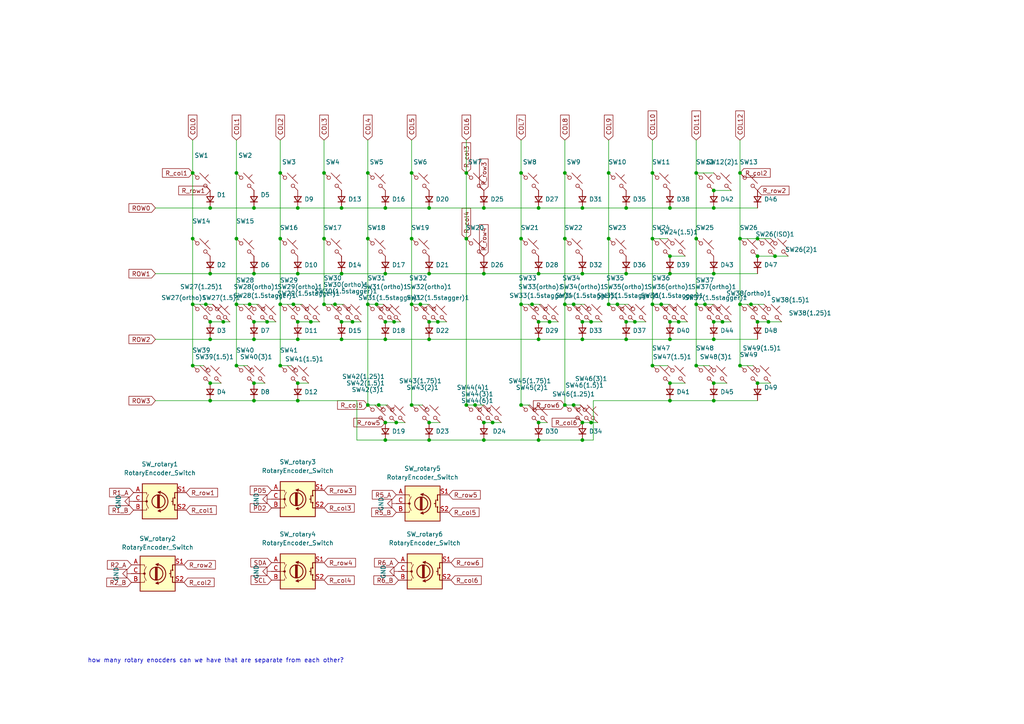
<source format=kicad_sch>
(kicad_sch (version 20211123) (generator eeschema)
  (paper "A4")
  (junction (at 59.69 88.265))
  (junction (at 111.76 60.325))
  (junction (at 156.21 60.325))
  (junction (at 214.63 106.045))
  (junction (at 219.71 74.295))
  (junction (at 168.91 127.635))
  (junction (at 201.93 50.165))
  (junction (at 121.92 88.265))
  (junction (at 194.31 98.425))
  (junction (at 214.63 88.265))
  (junction (at 86.36 60.325))
  (junction (at 119.38 50.165))
  (junction (at 219.71 93.345))
  (junction (at 111.76 98.425))
  (junction (at 106.68 88.265))
  (junction (at 194.31 116.205))
  (junction (at 181.61 60.325))
  (junction (at 207.01 116.205))
  (junction (at 68.58 88.265))
  (junction (at 99.06 93.345))
  (junction (at 214.63 50.165))
  (junction (at 166.37 117.475))
  (junction (at 207.01 60.325))
  (junction (at 73.66 93.345))
  (junction (at 189.23 106.045))
  (junction (at 194.31 93.345))
  (junction (at 181.61 93.345))
  (junction (at 81.28 50.165))
  (junction (at 163.83 117.475))
  (junction (at 156.21 98.425))
  (junction (at 86.36 111.125))
  (junction (at 176.53 69.215))
  (junction (at 154.305 88.265))
  (junction (at 60.96 98.425))
  (junction (at 124.46 122.555))
  (junction (at 124.46 93.345))
  (junction (at 156.21 127.635))
  (junction (at 73.66 116.205))
  (junction (at 119.38 117.475))
  (junction (at 194.31 111.125))
  (junction (at 156.21 122.555))
  (junction (at 135.255 50.165))
  (junction (at 181.61 79.375))
  (junction (at 64.77 93.345))
  (junction (at 99.06 60.325))
  (junction (at 184.15 93.345))
  (junction (at 151.13 50.165))
  (junction (at 168.91 60.325))
  (junction (at 93.98 69.215))
  (junction (at 73.66 79.375))
  (junction (at 171.45 122.555))
  (junction (at 217.805 88.265))
  (junction (at 55.88 50.165))
  (junction (at 181.61 98.425))
  (junction (at 81.28 69.215))
  (junction (at 68.58 69.215))
  (junction (at 163.83 69.215))
  (junction (at 207.01 93.345))
  (junction (at 171.45 93.345))
  (junction (at 207.01 111.125))
  (junction (at 114.3 93.345))
  (junction (at 135.255 69.215))
  (junction (at 93.98 50.165))
  (junction (at 214.63 69.215))
  (junction (at 55.88 69.215))
  (junction (at 222.885 93.345))
  (junction (at 151.13 69.215))
  (junction (at 140.335 122.555))
  (junction (at 68.58 106.045))
  (junction (at 176.53 88.265))
  (junction (at 73.66 111.125))
  (junction (at 168.91 93.345))
  (junction (at 124.46 127.635))
  (junction (at 166.37 88.265))
  (junction (at 196.85 93.345))
  (junction (at 207.01 55.245))
  (junction (at 159.385 93.345))
  (junction (at 97.155 88.265))
  (junction (at 124.46 60.325))
  (junction (at 81.28 106.045))
  (junction (at 60.96 111.125))
  (junction (at 111.76 93.345))
  (junction (at 73.66 98.425))
  (junction (at 168.91 79.375))
  (junction (at 86.36 79.375))
  (junction (at 140.335 127.635))
  (junction (at 151.13 88.265))
  (junction (at 189.23 50.165))
  (junction (at 124.46 79.375))
  (junction (at 99.06 98.425))
  (junction (at 90.17 93.345))
  (junction (at 194.31 79.375))
  (junction (at 114.935 122.555))
  (junction (at 109.855 117.475))
  (junction (at 142.875 122.555))
  (junction (at 102.235 93.345))
  (junction (at 86.36 116.205))
  (junction (at 73.66 60.325))
  (junction (at 72.39 88.265))
  (junction (at 140.335 79.375))
  (junction (at 99.06 79.375))
  (junction (at 194.31 74.295))
  (junction (at 111.76 127.635))
  (junction (at 55.88 106.045))
  (junction (at 156.21 79.375))
  (junction (at 219.71 111.125))
  (junction (at 111.76 122.555))
  (junction (at 201.93 88.265))
  (junction (at 106.68 117.475))
  (junction (at 163.83 88.265))
  (junction (at 207.01 98.425))
  (junction (at 201.93 106.045))
  (junction (at 119.38 69.215))
  (junction (at 219.71 69.215))
  (junction (at 189.23 88.265))
  (junction (at 86.36 93.345))
  (junction (at 119.38 88.265))
  (junction (at 179.07 88.265))
  (junction (at 106.68 50.165))
  (junction (at 194.31 60.325))
  (junction (at 60.96 93.345))
  (junction (at 124.46 98.425))
  (junction (at 209.55 93.345))
  (junction (at 55.88 88.265))
  (junction (at 140.335 60.325))
  (junction (at 68.58 50.165))
  (junction (at 189.23 69.215))
  (junction (at 60.96 79.375))
  (junction (at 137.795 117.475))
  (junction (at 204.47 88.265))
  (junction (at 168.91 122.555))
  (junction (at 224.79 74.295))
  (junction (at 93.98 88.265))
  (junction (at 163.83 50.165))
  (junction (at 168.91 98.425))
  (junction (at 106.68 69.215))
  (junction (at 191.77 88.265))
  (junction (at 60.96 116.205))
  (junction (at 77.47 93.345))
  (junction (at 85.09 88.265))
  (junction (at 201.93 69.215))
  (junction (at 81.28 88.265))
  (junction (at 151.13 117.475))
  (junction (at 135.255 117.475))
  (junction (at 111.76 79.375))
  (junction (at 176.53 50.165))
  (junction (at 156.21 93.345))
  (junction (at 127 93.345))
  (junction (at 60.96 60.325))
  (junction (at 207.01 79.375))
  (junction (at 109.22 88.265))
  (junction (at 86.36 98.425))
  (wire (pts (xy 181.61 60.325) (xy 194.31 60.325)))
  (wire (pts (xy 214.63 69.215) (xy 214.63 50.165)))
  (wire (pts (xy 194.31 79.375) (xy 181.61 79.375)))
  (wire (pts (xy 72.39 88.265) (xy 74.93 88.265)))
  (wire (pts (xy 68.58 69.215) (xy 68.58 88.265)))
  (wire (pts (xy 73.66 98.425) (xy 60.96 98.425)))
  (wire (pts (xy 196.85 93.345) (xy 194.31 93.345)))
  (wire (pts (xy 168.275 117.475) (xy 166.37 117.475)))
  (wire (pts (xy 156.845 88.265) (xy 154.305 88.265)))
  (wire (pts (xy 81.28 69.215) (xy 81.28 88.265)))
  (wire (pts (xy 193.675 106.045) (xy 189.23 106.045)))
  (wire (pts (xy 187.325 93.345) (xy 184.15 93.345)))
  (wire (pts (xy 111.125 88.265) (xy 109.22 88.265)))
  (wire (pts (xy 166.37 117.475) (xy 163.83 117.475)))
  (wire (pts (xy 184.15 93.345) (xy 181.61 93.345)))
  (wire (pts (xy 214.63 50.165) (xy 214.63 40.64)))
  (wire (pts (xy 99.695 88.265) (xy 97.155 88.265)))
  (wire (pts (xy 116.205 93.345) (xy 114.3 93.345)))
  (wire (pts (xy 163.83 88.265) (xy 163.83 69.215)))
  (wire (pts (xy 151.13 88.265) (xy 151.13 69.215)))
  (wire (pts (xy 77.47 93.345) (xy 73.66 93.345)))
  (wire (pts (xy 166.37 88.265) (xy 163.83 88.265)))
  (wire (pts (xy 207.01 79.375) (xy 194.31 79.375)))
  (wire (pts (xy 124.46 127.635) (xy 140.335 127.635)))
  (wire (pts (xy 176.53 88.265) (xy 176.53 69.215)))
  (wire (pts (xy 71.755 106.045) (xy 68.58 106.045)))
  (wire (pts (xy 68.58 40.64) (xy 68.58 50.165)))
  (wire (pts (xy 137.795 117.475) (xy 135.255 117.475)))
  (wire (pts (xy 201.93 88.265) (xy 201.93 69.215)))
  (wire (pts (xy 169.545 88.265) (xy 166.37 88.265)))
  (wire (pts (xy 168.91 60.325) (xy 181.61 60.325)))
  (wire (pts (xy 207.01 60.325) (xy 219.71 60.325)))
  (wire (pts (xy 59.055 106.045) (xy 55.88 106.045)))
  (wire (pts (xy 207.01 116.205) (xy 219.71 116.205)))
  (wire (pts (xy 73.66 116.205) (xy 86.36 116.205)))
  (wire (pts (xy 140.335 117.475) (xy 137.795 117.475)))
  (wire (pts (xy 106.68 50.165) (xy 106.68 40.64)))
  (wire (pts (xy 111.76 127.635) (xy 124.46 127.635)))
  (wire (pts (xy 209.55 93.345) (xy 207.01 93.345)))
  (wire (pts (xy 61.595 88.265) (xy 59.69 88.265)))
  (wire (pts (xy 228.6 74.295) (xy 224.79 74.295)))
  (wire (pts (xy 207.01 88.265) (xy 204.47 88.265)))
  (wire (pts (xy 109.855 117.475) (xy 106.68 117.475)))
  (wire (pts (xy 106.68 88.265) (xy 106.68 69.215)))
  (wire (pts (xy 168.91 98.425) (xy 156.21 98.425)))
  (wire (pts (xy 89.535 111.125) (xy 86.36 111.125)))
  (wire (pts (xy 194.31 98.425) (xy 181.61 98.425)))
  (wire (pts (xy 117.475 122.555) (xy 114.935 122.555)))
  (wire (pts (xy 198.755 74.295) (xy 194.31 74.295)))
  (wire (pts (xy 151.13 117.475) (xy 151.13 88.265)))
  (wire (pts (xy 204.47 88.265) (xy 201.93 88.265)))
  (wire (pts (xy 93.98 50.165) (xy 93.98 40.64)))
  (wire (pts (xy 156.21 127.635) (xy 168.91 127.635)))
  (wire (pts (xy 66.675 93.345) (xy 64.77 93.345)))
  (wire (pts (xy 90.17 93.345) (xy 86.36 93.345)))
  (wire (pts (xy 127.635 122.555) (xy 124.46 122.555)))
  (wire (pts (xy 114.3 93.345) (xy 111.76 93.345)))
  (wire (pts (xy 84.455 106.045) (xy 81.28 106.045)))
  (wire (pts (xy 163.83 50.165) (xy 163.83 40.64)))
  (wire (pts (xy 214.63 106.045) (xy 218.44 106.045)))
  (wire (pts (xy 102.235 93.345) (xy 99.06 93.345)))
  (wire (pts (xy 222.885 93.345) (xy 219.71 93.345)))
  (wire (pts (xy 135.255 50.165) (xy 135.255 69.215)))
  (wire (pts (xy 111.76 98.425) (xy 99.06 98.425)))
  (wire (pts (xy 59.69 88.265) (xy 55.88 88.265)))
  (wire (pts (xy 99.06 98.425) (xy 86.36 98.425)))
  (wire (pts (xy 135.255 69.215) (xy 135.255 117.475)))
  (wire (pts (xy 86.36 116.205) (xy 103.505 116.205)))
  (wire (pts (xy 45.085 60.325) (xy 60.96 60.325)))
  (wire (pts (xy 86.36 60.325) (xy 99.06 60.325)))
  (wire (pts (xy 135.255 40.64) (xy 135.255 50.165)))
  (wire (pts (xy 189.23 106.045) (xy 189.23 88.265)))
  (wire (pts (xy 194.31 60.325) (xy 207.01 60.325)))
  (wire (pts (xy 158.75 122.555) (xy 156.21 122.555)))
  (wire (pts (xy 106.68 117.475) (xy 106.68 88.265)))
  (wire (pts (xy 119.38 50.165) (xy 119.38 69.215)))
  (wire (pts (xy 103.505 127.635) (xy 111.76 127.635)))
  (wire (pts (xy 60.96 79.375) (xy 45.085 79.375)))
  (wire (pts (xy 226.695 93.345) (xy 222.885 93.345)))
  (wire (pts (xy 64.135 111.125) (xy 60.96 111.125)))
  (wire (pts (xy 140.335 60.325) (xy 156.21 60.325)))
  (wire (pts (xy 64.77 93.345) (xy 60.96 93.345)))
  (wire (pts (xy 93.98 88.265) (xy 93.98 69.215)))
  (wire (pts (xy 151.13 69.215) (xy 151.13 50.165)))
  (wire (pts (xy 223.52 111.125) (xy 219.71 111.125)))
  (wire (pts (xy 189.23 50.165) (xy 189.23 40.64)))
  (wire (pts (xy 122.555 117.475) (xy 119.38 117.475)))
  (wire (pts (xy 55.88 88.265) (xy 55.88 106.045)))
  (wire (pts (xy 111.76 60.325) (xy 124.46 60.325)))
  (wire (pts (xy 207.01 50.165) (xy 201.93 50.165)))
  (wire (pts (xy 111.76 79.375) (xy 99.06 79.375)))
  (wire (pts (xy 181.61 98.425) (xy 168.91 98.425)))
  (wire (pts (xy 77.47 93.345) (xy 80.01 93.345)))
  (wire (pts (xy 97.155 88.265) (xy 93.98 88.265)))
  (wire (pts (xy 114.935 122.555) (xy 111.76 122.555)))
  (wire (pts (xy 86.36 98.425) (xy 73.66 98.425)))
  (wire (pts (xy 145.415 122.555) (xy 142.875 122.555)))
  (wire (pts (xy 124.46 60.325) (xy 140.335 60.325)))
  (wire (pts (xy 189.23 88.265) (xy 189.23 69.215)))
  (wire (pts (xy 176.53 50.165) (xy 176.53 40.64)))
  (wire (pts (xy 223.52 69.215) (xy 219.71 69.215)))
  (wire (pts (xy 129.54 93.345) (xy 127 93.345)))
  (wire (pts (xy 199.39 93.345) (xy 196.85 93.345)))
  (wire (pts (xy 81.28 40.64) (xy 81.28 50.165)))
  (wire (pts (xy 154.305 88.265) (xy 151.13 88.265)))
  (wire (pts (xy 179.07 88.265) (xy 176.53 88.265)))
  (wire (pts (xy 60.96 60.325) (xy 73.66 60.325)))
  (wire (pts (xy 194.31 88.265) (xy 191.77 88.265)))
  (wire (pts (xy 92.71 93.345) (xy 90.17 93.345)))
  (wire (pts (xy 99.06 60.325) (xy 111.76 60.325)))
  (wire (pts (xy 194.31 116.205) (xy 172.085 116.205)))
  (wire (pts (xy 176.53 69.215) (xy 176.53 50.165)))
  (wire (pts (xy 219.71 69.215) (xy 214.63 69.215)))
  (wire (pts (xy 124.46 98.425) (xy 111.76 98.425)))
  (wire (pts (xy 60.96 116.205) (xy 73.66 116.205)))
  (wire (pts (xy 212.09 55.245) (xy 207.01 55.245)))
  (wire (pts (xy 168.91 79.375) (xy 156.21 79.375)))
  (wire (pts (xy 193.675 69.215) (xy 189.23 69.215)))
  (wire (pts (xy 201.93 50.165) (xy 201.93 40.64)))
  (wire (pts (xy 45.085 116.205) (xy 60.96 116.205)))
  (wire (pts (xy 87.63 88.265) (xy 85.09 88.265)))
  (wire (pts (xy 127 93.345) (xy 124.46 93.345)))
  (wire (pts (xy 161.925 93.345) (xy 159.385 93.345)))
  (wire (pts (xy 153.67 117.475) (xy 151.13 117.475)))
  (wire (pts (xy 140.335 79.375) (xy 124.46 79.375)))
  (wire (pts (xy 151.13 50.165) (xy 151.13 40.64)))
  (wire (pts (xy 172.085 116.205) (xy 172.085 127.635)))
  (wire (pts (xy 156.21 60.325) (xy 168.91 60.325)))
  (wire (pts (xy 109.22 88.265) (xy 106.68 88.265)))
  (wire (pts (xy 121.92 88.265) (xy 119.38 88.265)))
  (wire (pts (xy 140.335 79.375) (xy 156.21 79.375)))
  (wire (pts (xy 174.625 93.345) (xy 171.45 93.345)))
  (wire (pts (xy 72.39 88.265) (xy 68.58 88.265)))
  (wire (pts (xy 85.09 88.265) (xy 81.28 88.265)))
  (wire (pts (xy 68.58 88.265) (xy 68.58 106.045)))
  (wire (pts (xy 198.755 111.125) (xy 194.31 111.125)))
  (wire (pts (xy 60.96 98.425) (xy 45.085 98.425)))
  (wire (pts (xy 124.46 79.375) (xy 111.76 79.375)))
  (wire (pts (xy 81.28 50.165) (xy 81.28 69.215)))
  (wire (pts (xy 163.83 88.265) (xy 163.83 117.475)))
  (wire (pts (xy 73.66 60.325) (xy 86.36 60.325)))
  (wire (pts (xy 181.61 79.375) (xy 168.91 79.375)))
  (wire (pts (xy 171.45 122.555) (xy 173.355 122.555)))
  (wire (pts (xy 201.93 106.045) (xy 201.93 88.265)))
  (wire (pts (xy 191.77 88.265) (xy 189.23 88.265)))
  (wire (pts (xy 119.38 69.215) (xy 119.38 88.265)))
  (wire (pts (xy 201.93 69.215) (xy 201.93 50.165)))
  (wire (pts (xy 172.085 127.635) (xy 168.91 127.635)))
  (wire (pts (xy 55.88 69.215) (xy 55.88 88.265)))
  (wire (pts (xy 210.82 111.125) (xy 207.01 111.125)))
  (wire (pts (xy 217.805 88.265) (xy 214.63 88.265)))
  (wire (pts (xy 106.68 69.215) (xy 106.68 50.165)))
  (wire (pts (xy 68.58 50.165) (xy 68.58 69.215)))
  (wire (pts (xy 219.71 79.375) (xy 207.01 79.375)))
  (wire (pts (xy 112.395 117.475) (xy 109.855 117.475)))
  (wire (pts (xy 194.31 116.205) (xy 207.01 116.205)))
  (wire (pts (xy 182.245 88.265) (xy 179.07 88.265)))
  (wire (pts (xy 159.385 93.345) (xy 156.21 93.345)))
  (wire (pts (xy 171.45 93.345) (xy 168.91 93.345)))
  (wire (pts (xy 142.875 122.555) (xy 140.335 122.555)))
  (wire (pts (xy 224.79 74.295) (xy 219.71 74.295)))
  (wire (pts (xy 212.09 93.345) (xy 209.55 93.345)))
  (wire (pts (xy 73.66 79.375) (xy 60.96 79.375)))
  (wire (pts (xy 99.06 79.375) (xy 86.36 79.375)))
  (wire (pts (xy 103.505 116.205) (xy 103.505 127.635)))
  (wire (pts (xy 207.01 98.425) (xy 194.31 98.425)))
  (wire (pts (xy 214.63 88.265) (xy 214.63 69.215)))
  (wire (pts (xy 76.835 111.125) (xy 73.66 111.125)))
  (wire (pts (xy 156.21 98.425) (xy 124.46 98.425)))
  (wire (pts (xy 93.98 69.215) (xy 93.98 50.165)))
  (wire (pts (xy 214.63 106.045) (xy 214.63 88.265)))
  (wire (pts (xy 81.28 88.265) (xy 81.28 106.045)))
  (wire (pts (xy 86.36 79.375) (xy 73.66 79.375)))
  (wire (pts (xy 104.775 93.345) (xy 102.235 93.345)))
  (wire (pts (xy 221.615 88.265) (xy 217.805 88.265)))
  (wire (pts (xy 163.83 69.215) (xy 163.83 50.165)))
  (wire (pts (xy 124.46 88.265) (xy 121.92 88.265)))
  (wire (pts (xy 219.71 98.425) (xy 207.01 98.425)))
  (wire (pts (xy 171.45 122.555) (xy 168.91 122.555)))
  (wire (pts (xy 189.23 69.215) (xy 189.23 50.165)))
  (wire (pts (xy 55.88 40.64) (xy 55.88 50.165)))
  (wire (pts (xy 119.38 88.265) (xy 119.38 117.475)))
  (wire (pts (xy 55.88 50.165) (xy 55.88 69.215)))
  (wire (pts (xy 140.335 127.635) (xy 156.21 127.635)))
  (wire (pts (xy 205.74 106.045) (xy 201.93 106.045)))
  (wire (pts (xy 119.38 40.64) (xy 119.38 50.165)))
  (text "how many rotary enocders can we have that are separate from each other?\n" (at 25.4 192.405 0) (effects (font (size 1.27 1.27)) (justify left bottom)))
  (global_label "COL12" (shape input) (at 214.63 40.64 90) (property "Intersheet References" "${INTERSHEET_REFS}" (effects hide)))
  (global_label "R2_A" (shape input) (at 38.1 163.83 180) (property "Intersheet References" "${INTERSHEET_REFS}" (effects hide)))
  (global_label "R_col6" (shape input) (at 130.81 168.275 0) (property "Intersheet References" "${INTERSHEET_REFS}" (effects hide)))
  (global_label "R5_B" (shape input) (at 114.935 148.59 180) (property "Intersheet References" "${INTERSHEET_REFS}" (effects hide)))
  (global_label "COL10" (shape input) (at 189.23 40.64 90) (property "Intersheet References" "${INTERSHEET_REFS}" (effects hide)))
  (global_label "R_row1" (shape input) (at 60.96 55.245 180) (property "Intersheet References" "${INTERSHEET_REFS}" (effects hide)))
  (global_label "R_col3" (shape input) (at 93.98 147.32 0) (property "Intersheet References" "${INTERSHEET_REFS}" (effects hide)))
  (global_label "R_col4" (shape input) (at 135.255 69.215 90) (property "Intersheet References" "${INTERSHEET_REFS}" (effects hide)))
  (global_label "COL4" (shape input) (at 106.68 40.64 90) (property "Intersheet References" "${INTERSHEET_REFS}" (effects hide)))
  (global_label "SDA" (shape input) (at 78.74 163.195 180) (property "Intersheet References" "${INTERSHEET_REFS}" (effects hide)))
  (global_label "R_col4" (shape input) (at 93.98 168.275 0) (property "Intersheet References" "${INTERSHEET_REFS}" (effects hide)))
  (global_label "COL2" (shape input) (at 81.28 40.64 90) (property "Intersheet References" "${INTERSHEET_REFS}" (effects hide)))
  (global_label "COL8" (shape input) (at 163.83 40.64 90) (property "Intersheet References" "${INTERSHEET_REFS}" (effects hide)))
  (global_label "R_row3" (shape input) (at 93.98 142.24 0) (property "Intersheet References" "${INTERSHEET_REFS}" (effects hide)))
  (global_label "COL9" (shape input) (at 176.53 40.64 90) (property "Intersheet References" "${INTERSHEET_REFS}" (effects hide)))
  (global_label "COL7" (shape input) (at 151.13 40.64 90) (property "Intersheet References" "${INTERSHEET_REFS}" (effects hide)))
  (global_label "R_col2" (shape input) (at 214.63 50.165 0) (property "Intersheet References" "${INTERSHEET_REFS}" (effects hide)))
  (global_label "PD2" (shape input) (at 78.74 147.32 180) (property "Intersheet References" "${INTERSHEET_REFS}" (effects hide)))
  (global_label "COL5" (shape input) (at 119.38 40.64 90) (property "Intersheet References" "${INTERSHEET_REFS}" (effects hide)))
  (global_label "COL11" (shape input) (at 201.93 40.64 90) (property "Intersheet References" "${INTERSHEET_REFS}" (effects hide)))
  (global_label "R_row5" (shape input) (at 111.76 122.555 180) (property "Intersheet References" "${INTERSHEET_REFS}" (effects hide)))
  (global_label "R_row4" (shape input) (at 93.98 163.195 0) (property "Intersheet References" "${INTERSHEET_REFS}" (effects hide)))
  (global_label "COL1" (shape input) (at 68.58 40.64 90) (property "Intersheet References" "${INTERSHEET_REFS}" (effects hide)))
  (global_label "R6_A" (shape input) (at 115.57 163.195 180) (property "Intersheet References" "${INTERSHEET_REFS}" (effects hide)))
  (global_label "R_row3" (shape input) (at 140.335 55.245 90) (property "Intersheet References" "${INTERSHEET_REFS}" (effects hide)))
  (global_label "ROW2" (shape input) (at 45.085 98.425 180) (property "Intersheet References" "${INTERSHEET_REFS}" (effects hide)))
  (global_label "R2_B" (shape input) (at 38.1 168.91 180) (property "Intersheet References" "${INTERSHEET_REFS}" (effects hide)))
  (global_label "R_col1" (shape input) (at 53.975 147.955 0) (property "Intersheet References" "${INTERSHEET_REFS}" (effects hide)))
  (global_label "COL0" (shape input) (at 55.88 40.64 90) (property "Intersheet References" "${INTERSHEET_REFS}" (effects hide)))
  (global_label "R_row4" (shape input) (at 140.335 74.295 90) (property "Intersheet References" "${INTERSHEET_REFS}" (effects hide)))
  (global_label "COL3" (shape input) (at 93.98 40.64 90) (property "Intersheet References" "${INTERSHEET_REFS}" (effects hide)))
  (global_label "R_col1" (shape input) (at 55.88 50.165 180) (property "Intersheet References" "${INTERSHEET_REFS}" (effects hide)))
  (global_label "COL6" (shape input) (at 135.255 40.64 90) (property "Intersheet References" "${INTERSHEET_REFS}" (effects hide)))
  (global_label "R5_A" (shape input) (at 114.935 143.51 180) (property "Intersheet References" "${INTERSHEET_REFS}" (effects hide)))
  (global_label "R_row1" (shape input) (at 53.975 142.875 0) (property "Intersheet References" "${INTERSHEET_REFS}" (effects hide)))
  (global_label "R6_B" (shape input) (at 115.57 168.275 180) (property "Intersheet References" "${INTERSHEET_REFS}" (effects hide)))
  (global_label "R_row6" (shape input) (at 163.83 117.475 180) (property "Intersheet References" "${INTERSHEET_REFS}" (effects hide)))
  (global_label "R1_A" (shape input) (at 38.735 142.875 180) (property "Intersheet References" "${INTERSHEET_REFS}" (effects hide)))
  (global_label "R_row6" (shape input) (at 130.81 163.195 0) (property "Intersheet References" "${INTERSHEET_REFS}" (effects hide)))
  (global_label "ROW0" (shape input) (at 45.085 60.325 180) (property "Intersheet References" "${INTERSHEET_REFS}" (effects hide)))
  (global_label "R_col5" (shape input) (at 106.68 117.475 180) (property "Intersheet References" "${INTERSHEET_REFS}" (effects hide)))
  (global_label "R1_B" (shape input) (at 38.735 147.955 180) (property "Intersheet References" "${INTERSHEET_REFS}" (effects hide)))
  (global_label "R_col3" (shape input) (at 135.255 50.165 90) (property "Intersheet References" "${INTERSHEET_REFS}" (effects hide)))
  (global_label "ROW3" (shape input) (at 45.085 116.205 180) (property "Intersheet References" "${INTERSHEET_REFS}" (effects hide)))
  (global_label "ROW1" (shape input) (at 45.085 79.375 180) (property "Intersheet References" "${INTERSHEET_REFS}" (effects hide)))
  (global_label "PD5" (shape input) (at 78.74 142.24 180) (property "Intersheet References" "${INTERSHEET_REFS}" (effects hide)))
  (global_label "R_row5" (shape input) (at 130.175 143.51 0) (property "Intersheet References" "${INTERSHEET_REFS}" (effects hide)))
  (global_label "R_row2" (shape input) (at 219.71 55.245 0) (property "Intersheet References" "${INTERSHEET_REFS}" (effects hide)))
  (global_label "SCL" (shape input) (at 78.74 168.275 180) (property "Intersheet References" "${INTERSHEET_REFS}" (effects hide)))
  (global_label "R_col6" (shape input) (at 168.91 122.555 180) (property "Intersheet References" "${INTERSHEET_REFS}" (effects hide)))
  (global_label "R_row2" (shape input) (at 53.34 163.83 0) (property "Intersheet References" "${INTERSHEET_REFS}" (effects hide)))
  (global_label "R_col5" (shape input) (at 130.175 148.59 0) (property "Intersheet References" "${INTERSHEET_REFS}" (effects hide)))
  (global_label "R_col2" (shape input) (at 53.34 168.91 0) (property "Intersheet References" "${INTERSHEET_REFS}" (effects hide)))
  (symbol (lib_id "Device:D_Small") (at 156.21 95.885 90) (unit 1)
    (property "Reference" "D29" (at 158.115 95.8849 90) (effects (justify right)))
    (property "Value" "D_Small" (effects hide))
    (property "Footprint" "Diode_SMD:D_SOD-123F" (effects hide))
  )
  (symbol (lib_id "Device:D_Small") (at 181.61 57.785 90) (unit 1)
    (property "Reference" "D35" (at 183.515 57.7849 90) (effects (justify right)))
    (property "Value" "D_Small" (effects hide))
    (property "Footprint" "Diode_SMD:D_SOD-123F" (effects hide))
  )
  (symbol (lib_id "Switch:SW_Push_45deg") (at 179.07 71.755 0) (unit 1)
    (property "Reference" "SW23" (at 179.07 66.04 0))
    (property "Value" "SW_Push_45deg" (effects hide))
    (property "Footprint" "MX_Only:MXOnly-1U-NoLED" (effects hide))
  )
  (symbol (lib_name "SW_Push_45deg_1") (lib_id "Switch:SW_Push_45deg") (at 196.215 108.585 0) (unit 1)
    (property "Reference" "SW47(1.5)1" (at 194.945 103.505 0))
    (property "Value" "SW_Push_45deg" (effects hide))
    (property "Footprint" "MX_Only:MXOnly-1.5U-NoLED" (effects hide))
  )
  (symbol (lib_id "Switch:SW_Push_45deg") (at 196.215 71.755 0) (unit 1)
    (property "Reference" "SW24(1.5)1" (at 196.85 67.31 0))
    (property "Value" "SW_Push_45deg" (effects hide))
    (property "Footprint" "MX_Only:MXOnly-1.5U-NoLED" (effects hide))
  )
  (symbol (lib_id "Switch:SW_Push_45deg") (at 125.095 120.015 0) (unit 1)
    (property "Reference" "SW43(2)1" (at 122.555 112.395 0))
    (property "Value" "SW_Push_45deg" (effects hide))
    (property "Footprint" "MX_Only:MXOnly-2U-ReversedStabilizers-NoLED" (effects hide))
  )
  (symbol (lib_id "Switch:SW_Push_45deg") (at 109.22 90.805 0) (unit 1)
    (property "Reference" "SW31" (at 109.22 80.645 0))
    (property "Value" "SW_Push_45deg" (effects hide))
    (property "Footprint" "MX_Only:MXOnly-1U-NoLED" (effects hide))
  )
  (symbol (lib_id "Switch:SW_Push_45deg") (at 217.17 108.585 0) (unit 1)
    (property "Reference" "SW49" (at 217.17 102.87 0))
    (property "Value" "SW_Push_45deg" (effects hide))
    (property "Footprint" "MX_Only:MXOnly-1U-NoLED" (effects hide))
  )
  (symbol (lib_name "SW_Push_45deg_1") (lib_id "Switch:SW_Push_45deg") (at 61.595 108.585 0) (unit 1)
    (property "Reference" "SW39(1.5)1" (at 62.23 103.505 0))
    (property "Value" "SW_Push_45deg" (effects hide))
    (property "Footprint" "MX_Only:MXOnly-1.5U-NoLED" (effects hide))
  )
  (symbol (lib_id "Device:D_Small") (at 73.66 113.665 90) (unit 1)
    (property "Reference" "D8" (at 75.565 113.6649 90) (effects (justify right)))
    (property "Value" "D_Small" (effects hide))
    (property "Footprint" "Diode_SMD:D_SOD-123F" (effects hide))
  )
  (symbol (lib_id "Switch:SW_Push_45deg") (at 153.67 90.805 0) (unit 1)
    (property "Reference" "SW33" (at 153.035 80.645 0))
    (property "Value" "SW_Push_45deg" (effects hide))
    (property "Footprint" "MX_Only:MXOnly-1U-NoLED" (effects hide))
  )
  (symbol (lib_name "SW_Push_45deg_2") (lib_id "Switch:SW_Push_45deg") (at 113.665 90.805 0) (unit 1)
    (property "Reference" "SW31(1.5stagger)1" (at 113.03 86.36 0))
    (property "Value" "SW_Push_45deg" (effects hide))
    (property "Footprint" "MX_Only:MXOnly-1U-NoLED" (effects hide))
  )
  (symbol (lib_id "Device:D_Small") (at 124.46 57.785 90) (unit 1)
    (property "Reference" "D20" (at 126.365 57.7849 90) (effects (justify right)))
    (property "Value" "D_Small" (effects hide))
    (property "Footprint" "Diode_SMD:D_SOD-123F" (effects hide))
  )
  (symbol (lib_id "Device:D_Small") (at 194.31 76.835 90) (unit 1)
    (property "Reference" "D39" (at 196.215 76.8349 90) (effects (justify right)))
    (property "Value" "D_Small" (effects hide))
    (property "Footprint" "Diode_SMD:D_SOD-123F" (effects hide))
  )
  (symbol (lib_id "Device:D_Small") (at 181.61 95.885 90) (unit 1)
    (property "Reference" "D37" (at 183.515 95.8849 90) (effects (justify right)))
    (property "Value" "D_Small" (effects hide))
    (property "Footprint" "Diode_SMD:D_SOD-123F" (effects hide))
  )
  (symbol (lib_id "Switch:SW_Push_45deg") (at 209.55 52.705 0) (unit 1)
    (property "Reference" "SW12(2)1" (at 209.55 46.99 0))
    (property "Value" "SW_Push_45deg" (effects hide))
    (property "Footprint" "MX_Only:MXOnly-2U-NoLED" (effects hide))
  )
  (symbol (lib_id "Device:D_Small") (at 156.21 57.785 90) (unit 1)
    (property "Reference" "D27" (at 158.115 57.7849 90) (effects (justify right)))
    (property "Value" "D_Small" (effects hide))
    (property "Footprint" "Diode_SMD:D_SOD-123F" (effects hide))
  )
  (symbol (lib_id "Device:D_Small") (at 168.91 76.835 90) (unit 1)
    (property "Reference" "D32" (at 170.815 76.8349 90) (effects (justify right)))
    (property "Value" "D_Small" (effects hide))
    (property "Footprint" "Diode_SMD:D_SOD-123F" (effects hide))
  )
  (symbol (lib_id "Device:D_Small") (at 168.91 125.095 90) (unit 1)
    (property "Reference" "D34" (at 170.815 125.0949 90) (effects (justify right)))
    (property "Value" "D_Small" (effects hide))
    (property "Footprint" "Diode_SMD:D_SOD-123F" (effects hide))
  )
  (symbol (lib_id "Switch:SW_Push_45deg") (at 166.37 120.015 0) (unit 1)
    (property "Reference" "SW46(1.25)1" (at 166.37 114.3 0))
    (property "Value" "SW_Push_45deg" (effects hide))
    (property "Footprint" "MX_Only:MXOnly-1.25U-NoLED" (effects hide))
  )
  (symbol (lib_id "power:GND") (at 38.735 145.415 270) (unit 1)
    (property "Reference" "#PWR0111" (effects hide))
    (property "Value" "GND" (at 34.3408 145.542 0))
  )
  (symbol (lib_id "Device:D_Small") (at 73.66 76.835 90) (unit 1)
    (property "Reference" "D6" (at 75.565 76.8349 90) (effects (justify right)))
    (property "Value" "D_Small" (effects hide))
    (property "Footprint" "Diode_SMD:D_SOD-123F" (effects hide))
  )
  (symbol (lib_id "Switch:SW_Push_45deg") (at 121.92 52.705 0) (unit 1)
    (property "Reference" "SW6" (at 121.92 46.99 0))
    (property "Value" "SW_Push_45deg" (effects hide))
    (property "Footprint" "MX_Only:MXOnly-1U-NoLED" (effects hide))
  )
  (symbol (lib_name "SW_Push_45deg_2") (lib_id "Switch:SW_Push_45deg") (at 71.12 90.805 0) (unit 1)
    (property "Reference" "SW28" (at 71.12 81.28 0))
    (property "Value" "SW_Push_45deg" (effects hide))
    (property "Footprint" "MX_Only:MXOnly-1U-NoLED" (effects hide))
  )
  (symbol (lib_id "Switch:SW_Push_45deg") (at 83.82 108.585 0) (unit 1)
    (property "Reference" "SW41" (at 83.82 101.6 0))
    (property "Value" "SW_Push_45deg" (effects hide))
    (property "Footprint" "MX_Only:MXOnly-1U-NoLED" (effects hide))
  )
  (symbol (lib_name "SW_Push_45deg_1") (lib_id "Switch:SW_Push_45deg") (at 208.28 108.585 0) (unit 1)
    (property "Reference" "SW48(3)1" (at 207.645 103.505 0))
    (property "Value" "SW_Push_45deg" (effects hide))
    (property "Footprint" "MX_Only:MXOnly-3U-ReversedStabilizers-NoLED" (effects hide))
  )
  (symbol (lib_name "SW_Push_45deg_1") (lib_id "Switch:SW_Push_45deg") (at 62.23 90.805 0) (unit 1)
    (property "Reference" "SW27(1.25)1" (at 58.42 83.185 0))
    (property "Value" "SW_Push_45deg" (effects hide))
    (property "Footprint" "MX_Only:MXOnly-1.25U-NoLED" (effects hide))
  )
  (symbol (lib_id "Switch:SW_Push_45deg") (at 153.67 71.755 0) (unit 1)
    (property "Reference" "SW21" (at 153.67 66.04 0))
    (property "Value" "SW_Push_45deg" (effects hide))
    (property "Footprint" "MX_Only:MXOnly-1U-NoLED" (effects hide))
  )
  (symbol (lib_id "Device:D_Small") (at 207.01 113.665 90) (unit 1)
    (property "Reference" "D45" (at 208.915 113.6649 90) (effects (justify right)))
    (property "Value" "D_Small" (effects hide))
    (property "Footprint" "Diode_SMD:D_SOD-123F" (effects hide))
  )
  (symbol (lib_id "Device:D_Small") (at 86.36 76.835 90) (unit 1)
    (property "Reference" "D10" (at 88.265 76.8349 90) (effects (justify right)))
    (property "Value" "D_Small" (effects hide))
    (property "Footprint" "Diode_SMD:D_SOD-123F" (effects hide))
  )
  (symbol (lib_name "SW_Push_45deg_1") (lib_id "Switch:SW_Push_45deg") (at 58.42 90.805 0) (unit 1)
    (property "Reference" "SW27(ortho)1" (at 53.34 86.36 0))
    (property "Value" "SW_Push_45deg" (effects hide))
    (property "Footprint" "MX_Only:MXOnly-1U-NoLED" (effects hide))
  )
  (symbol (lib_id "Switch:SW_Push_45deg") (at 137.795 52.705 0) (unit 1)
    (property "Reference" "SW7" (at 137.795 46.99 0))
    (property "Value" "SW_Push_45deg" (effects hide))
    (property "Footprint" "MX_Only:MXOnly-1U-NoLED" (effects hide))
  )
  (symbol (lib_name "SW_Push_45deg_2") (lib_id "Switch:SW_Push_45deg") (at 209.55 90.805 0) (unit 1)
    (property "Reference" "SW37(1.5stagger)1" (at 207.645 86.36 0))
    (property "Value" "SW_Push_45deg" (effects hide))
    (property "Footprint" "MX_Only:MXOnly-1U-NoLED" (effects hide))
  )
  (symbol (lib_id "Switch:SW_Push_45deg") (at 220.345 90.805 0) (unit 1)
    (property "Reference" "SW38(1.5)1" (at 229.235 86.995 0))
    (property "Value" "SW_Push_45deg" (effects hide))
    (property "Footprint" "MX_Only:MXOnly-1.5U-NoLED" (effects hide))
  )
  (symbol (lib_id "Device:D_Small") (at 99.06 76.835 90) (unit 1)
    (property "Reference" "D14" (at 100.965 76.8349 90) (effects (justify right)))
    (property "Value" "D_Small" (effects hide))
    (property "Footprint" "Diode_SMD:D_SOD-123F" (effects hide))
  )
  (symbol (lib_id "Device:D_Small") (at 60.96 57.785 90) (unit 1)
    (property "Reference" "D1" (at 62.865 56.5149 90) (effects (justify right)))
    (property "Value" "D_Small" (effects hide))
    (property "Footprint" "Diode_SMD:D_SOD-123F" (effects hide))
  )
  (symbol (lib_name "SW_Push_45deg_2") (lib_id "Switch:SW_Push_45deg") (at 71.12 71.755 0) (unit 1)
    (property "Reference" "SW15" (at 71.12 64.135 0))
    (property "Value" "SW_Push_45deg" (effects hide))
    (property "Footprint" "MX_Only:MXOnly-1U-NoLED" (effects hide))
  )
  (symbol (lib_id "Switch:SW_Push_45deg") (at 121.92 71.755 0) (unit 1)
    (property "Reference" "SW19" (at 121.92 66.04 0))
    (property "Value" "SW_Push_45deg" (effects hide))
    (property "Footprint" "MX_Only:MXOnly-1U-NoLED" (effects hide))
  )
  (symbol (lib_id "Device:D_Small") (at 111.76 76.835 90) (unit 1)
    (property "Reference" "D17" (at 113.665 76.8349 90) (effects (justify right)))
    (property "Value" "D_Small" (effects hide))
    (property "Footprint" "Diode_SMD:D_SOD-123F" (effects hide))
  )
  (symbol (lib_name "SW_Push_45deg_2") (lib_id "Switch:SW_Push_45deg") (at 127 90.805 0) (unit 1)
    (property "Reference" "SW32(1.5stagger)1" (at 127 86.36 0))
    (property "Value" "SW_Push_45deg" (effects hide))
    (property "Footprint" "MX_Only:MXOnly-1U-NoLED" (effects hide))
  )
  (symbol (lib_id "Device:D_Small") (at 124.46 125.095 90) (unit 1)
    (property "Reference" "D23" (at 126.365 125.0949 90) (effects (justify right)))
    (property "Value" "D_Small" (effects hide))
    (property "Footprint" "Diode_SMD:D_SOD-123F" (effects hide))
  )
  (symbol (lib_id "Device:D_Small") (at 86.36 95.885 90) (unit 1)
    (property "Reference" "D11" (at 88.265 95.8849 90) (effects (justify right)))
    (property "Value" "D_Small" (effects hide))
    (property "Footprint" "Diode_SMD:D_SOD-123F" (effects hide))
  )
  (symbol (lib_id "Switch:SW_Push_45deg") (at 114.935 120.015 0) (unit 1)
    (property "Reference" "SW42(3)1" (at 106.68 113.03 0))
    (property "Value" "SW_Push_45deg" (effects hide))
    (property "Footprint" "MX_Only:MXOnly-3U-ReversedStabilizers-NoLED" (effects hide))
  )
  (symbol (lib_id "Switch:SW_Push_45deg") (at 217.17 71.755 0) (unit 1)
    (property "Reference" "SW26" (at 217.17 66.04 0))
    (property "Value" "SW_Push_45deg" (effects hide))
    (property "Footprint" "MX_Only:MXOnly-1U-NoLED" (effects hide))
  )
  (symbol (lib_id "Switch:SW_Push_45deg") (at 109.22 71.755 0) (unit 1)
    (property "Reference" "SW18" (at 109.22 66.04 0))
    (property "Value" "SW_Push_45deg" (effects hide))
    (property "Footprint" "MX_Only:MXOnly-1U-NoLED" (effects hide))
  )
  (symbol (lib_id "Device:D_Small") (at 156.21 125.095 90) (unit 1)
    (property "Reference" "D30" (at 158.115 125.0949 90) (effects (justify right)))
    (property "Value" "D_Small" (effects hide))
    (property "Footprint" "Diode_SMD:D_SOD-123F" (effects hide))
  )
  (symbol (lib_id "Switch:SW_Push_45deg") (at 153.67 52.705 0) (unit 1)
    (property "Reference" "SW8" (at 153.67 46.99 0))
    (property "Value" "SW_Push_45deg" (effects hide))
    (property "Footprint" "MX_Only:MXOnly-1U-NoLED" (effects hide))
  )
  (symbol (lib_id "Switch:SW_Push_45deg") (at 83.82 90.805 0) (unit 1)
    (property "Reference" "SW29" (at 83.82 81.28 0))
    (property "Value" "SW_Push_45deg" (effects hide))
    (property "Footprint" "MX_Only:MXOnly-1U-NoLED" (effects hide))
  )
  (symbol (lib_name "SW_Push_45deg_2") (lib_id "Switch:SW_Push_45deg") (at 204.47 108.585 0) (unit 1)
    (property "Reference" "SW48" (at 204.47 100.965 0))
    (property "Value" "SW_Push_45deg" (effects hide))
    (property "Footprint" "MX_Only:MXOnly-1U-NoLED" (effects hide))
  )
  (symbol (lib_name "SW_Push_45deg_2") (lib_id "Switch:SW_Push_45deg") (at 77.47 90.805 0) (unit 1)
    (property "Reference" "SW28(1.5stagger)1" (at 76.835 85.725 0))
    (property "Value" "SW_Push_45deg" (effects hide))
    (property "Footprint" "MX_Only:MXOnly-1U-NoLED" (effects hide))
  )
  (symbol (lib_id "Device:RotaryEncoder_Switch") (at 86.36 144.78 0) (unit 1)
    (property "Reference" "SW_rotary3" (at 86.36 133.985 0))
    (property "Value" "RotaryEncoder_Switch" (at 86.36 136.525 0))
    (property "Footprint" "Keebio-Parts:RotaryEncoder_EC11_Nonplated" (effects hide))
  )
  (symbol (lib_id "Switch:SW_Push_45deg") (at 179.07 90.805 0) (unit 1)
    (property "Reference" "SW35" (at 178.435 80.645 0))
    (property "Value" "SW_Push_45deg" (effects hide))
    (property "Footprint" "MX_Only:MXOnly-1U-NoLED" (effects hide))
  )
  (symbol (lib_id "Switch:SW_Push_45deg") (at 168.91 120.015 0) (unit 1)
    (property "Reference" "SW46(1.5)1" (at 169.545 111.76 0))
    (property "Value" "SW_Push_45deg" (effects hide))
    (property "Footprint" "MX_Only:MXOnly-1.5U-NoLED" (effects hide))
  )
  (symbol (lib_id "Switch:SW_Push_45deg") (at 109.22 120.015 0) (unit 1)
    (property "Reference" "SW42(1.25)1" (at 105.41 109.22 0))
    (property "Value" "SW_Push_45deg" (effects hide))
    (property "Footprint" "MX_Only:MXOnly-1.25U-NoLED" (effects hide))
  )
  (symbol (lib_id "Switch:SW_Push_45deg") (at 109.22 52.705 0) (unit 1)
    (property "Reference" "SW5" (at 109.22 46.99 0))
    (property "Value" "SW_Push_45deg" (effects hide))
    (property "Footprint" "MX_Only:MXOnly-1U-NoLED" (effects hide))
  )
  (symbol (lib_id "power:GND") (at 115.57 165.735 270) (unit 1)
    (property "Reference" "#PWR0109" (effects hide))
    (property "Value" "GND" (at 111.1758 165.862 0))
  )
  (symbol (lib_id "Device:D_Small") (at 60.96 76.835 90) (unit 1)
    (property "Reference" "D2" (at 62.865 76.8349 90) (effects (justify right)))
    (property "Value" "D_Small" (effects hide))
    (property "Footprint" "Diode_SMD:D_SOD-123F" (effects hide))
  )
  (symbol (lib_id "Switch:SW_Push_45deg") (at 191.77 71.755 0) (unit 1)
    (property "Reference" "SW24" (at 191.77 66.04 0))
    (property "Value" "SW_Push_45deg" (effects hide))
    (property "Footprint" "MX_Only:MXOnly-1U-NoLED" (effects hide))
  )
  (symbol (lib_id "power:GND") (at 114.935 146.05 270) (unit 1)
    (property "Reference" "#PWR0108" (effects hide))
    (property "Value" "GND" (at 110.5408 146.177 0))
  )
  (symbol (lib_id "Switch:SW_Push_45deg") (at 166.37 52.705 0) (unit 1)
    (property "Reference" "SW9" (at 166.37 46.99 0))
    (property "Value" "SW_Push_45deg" (effects hide))
    (property "Footprint" "MX_Only:MXOnly-1U-NoLED" (effects hide))
  )
  (symbol (lib_id "Device:D_Small") (at 60.96 113.665 90) (unit 1)
    (property "Reference" "D4" (at 62.865 113.6649 90) (effects (justify right)))
    (property "Value" "D_Small" (effects hide))
    (property "Footprint" "Diode_SMD:D_SOD-123F" (effects hide))
  )
  (symbol (lib_id "Device:D_Small") (at 219.71 113.665 90) (unit 1)
    (property "Reference" "D49" (at 221.615 112.3949 90) (effects (justify right)))
    (property "Value" "D_Small" (effects hide))
    (property "Footprint" "Diode_SMD:D_SOD-123F" (effects hide))
  )
  (symbol (lib_name "SW_Push_45deg_1") (lib_id "Switch:SW_Push_45deg") (at 74.295 108.585 0) (unit 1)
    (property "Reference" "SW40(3)1" (at 74.295 103.505 0))
    (property "Value" "SW_Push_45deg" (effects hide))
    (property "Footprint" "MX_Only:MXOnly-3U-ReversedStabilizers-NoLED" (effects hide))
  )
  (symbol (lib_name "SW_Push_45deg_2") (lib_id "Switch:SW_Push_45deg") (at 99.695 90.805 0) (unit 1)
    (property "Reference" "SW30(ortho)1" (at 100.33 82.55 0))
    (property "Value" "SW_Push_45deg" (effects hide))
    (property "Footprint" "MX_Only:MXOnly-1U-NoLED" (effects hide))
  )
  (symbol (lib_name "SW_Push_45deg_2") (lib_id "Switch:SW_Push_45deg") (at 194.31 90.805 0) (unit 1)
    (property "Reference" "SW36(ortho)1" (at 194.31 83.185 0))
    (property "Value" "SW_Push_45deg" (effects hide))
    (property "Footprint" "MX_Only:MXOnly-1U-NoLED" (effects hide))
  )
  (symbol (lib_id "Device:D_Small") (at 86.36 57.785 90) (unit 1)
    (property "Reference" "D9" (at 88.265 57.7849 90) (effects (justify right)))
    (property "Value" "D_Small" (effects hide))
    (property "Footprint" "Diode_SMD:D_SOD-123F" (effects hide))
  )
  (symbol (lib_id "Device:D_Small") (at 194.31 113.665 90) (unit 1)
    (property "Reference" "D41" (at 196.215 113.6649 90) (effects (justify right)))
    (property "Value" "D_Small" (effects hide))
    (property "Footprint" "Diode_SMD:D_SOD-123F" (effects hide))
  )
  (symbol (lib_name "SW_Push_45deg_1") (lib_id "Switch:SW_Push_45deg") (at 58.42 52.705 0) (unit 1)
    (property "Reference" "SW1" (at 58.42 45.085 0))
    (property "Value" "SW_Push_45deg" (effects hide))
    (property "Footprint" "MX_Only:MXOnly-1U-NoLED" (effects hide))
  )
  (symbol (lib_id "Switch:SW_Push_45deg") (at 170.815 120.015 0) (unit 1)
    (property "Reference" "SW46(3)1" (at 171.45 109.855 0))
    (property "Value" "SW_Push_45deg" (effects hide))
    (property "Footprint" "MX_Only:MXOnly-3U-ReversedStabilizers-NoLED" (effects hide))
  )
  (symbol (lib_id "Switch:SW_Push_45deg") (at 166.37 71.755 0) (unit 1)
    (property "Reference" "SW22" (at 166.37 66.04 0))
    (property "Value" "SW_Push_45deg" (effects hide))
    (property "Footprint" "MX_Only:MXOnly-1U-NoLED" (effects hide))
  )
  (symbol (lib_name "SW_Push_45deg_2") (lib_id "Switch:SW_Push_45deg") (at 196.85 90.805 0) (unit 1)
    (property "Reference" "SW36(1.5stagger)1" (at 194.945 85.725 0))
    (property "Value" "SW_Push_45deg" (effects hide))
    (property "Footprint" "MX_Only:MXOnly-1U-NoLED" (effects hide))
  )
  (symbol (lib_id "Device:RotaryEncoder_Switch") (at 46.355 145.415 0) (unit 1)
    (property "Reference" "SW_rotary1" (at 46.355 134.62 0))
    (property "Value" "RotaryEncoder_Switch" (at 46.355 137.16 0))
    (property "Footprint" "Keebio-Parts:RotaryEncoder_EC11_Nonplated" (effects hide))
  )
  (symbol (lib_name "SW_Push_45deg_2") (lib_id "Switch:SW_Push_45deg") (at 159.385 90.805 0) (unit 1)
    (property "Reference" "SW33(1.5stagger)1" (at 156.845 85.725 0))
    (property "Value" "SW_Push_45deg" (effects hide))
    (property "Footprint" "MX_Only:MXOnly-1U-NoLED" (effects hide))
  )
  (symbol (lib_id "Switch:SW_Push_45deg") (at 179.07 52.705 0) (unit 1)
    (property "Reference" "SW10" (at 179.07 46.99 0))
    (property "Value" "SW_Push_45deg" (effects hide))
    (property "Footprint" "MX_Only:MXOnly-1U-NoLED" (effects hide))
  )
  (symbol (lib_id "Device:D_Small") (at 86.36 113.665 90) (unit 1)
    (property "Reference" "D12" (at 88.265 113.6649 90) (effects (justify right)))
    (property "Value" "D_Small" (effects hide))
    (property "Footprint" "Diode_SMD:D_SOD-123F" (effects hide))
  )
  (symbol (lib_id "Switch:SW_Push_45deg") (at 83.82 52.705 0) (unit 1)
    (property "Reference" "SW3" (at 83.82 46.99 0))
    (property "Value" "SW_Push_45deg" (effects hide))
    (property "Footprint" "MX_Only:MXOnly-1U-NoLED" (effects hide))
  )
  (symbol (lib_name "SW_Push_45deg_2") (lib_id "Switch:SW_Push_45deg") (at 90.17 90.805 0) (unit 1)
    (property "Reference" "SW29(1.5stagger)1" (at 89.535 85.09 0))
    (property "Value" "SW_Push_45deg" (effects hide))
    (property "Footprint" "MX_Only:MXOnly-1U-NoLED" (effects hide))
  )
  (symbol (lib_id "Switch:SW_Push_45deg") (at 137.795 71.755 0) (unit 1)
    (property "Reference" "SW20" (at 137.795 66.04 0))
    (property "Value" "SW_Push_45deg" (effects hide))
    (property "Footprint" "MX_Only:MXOnly-1U-NoLED" (effects hide))
  )
  (symbol (lib_id "Switch:SW_Push_45deg") (at 96.52 52.705 0) (unit 1)
    (property "Reference" "SW4" (at 96.52 46.99 0))
    (property "Value" "SW_Push_45deg" (effects hide))
    (property "Footprint" "MX_Only:MXOnly-1U-NoLED" (effects hide))
  )
  (symbol (lib_id "Device:RotaryEncoder_Switch") (at 45.72 166.37 0) (unit 1)
    (property "Reference" "SW_rotary2" (at 45.72 156.21 0))
    (property "Value" "RotaryEncoder_Switch" (at 45.72 158.75 0))
    (property "Footprint" "Keebio-Parts:RotaryEncoder_EC11_Nonplated" (effects hide))
  )
  (symbol (lib_id "Device:D_Small") (at 124.46 95.885 90) (unit 1)
    (property "Reference" "D22" (at 126.365 95.8849 90) (effects (justify right)))
    (property "Value" "D_Small" (effects hide))
    (property "Footprint" "Diode_SMD:D_SOD-123F" (effects hide))
  )
  (symbol (lib_id "power:GND") (at 38.1 166.37 270) (unit 1)
    (property "Reference" "#PWR0110" (effects hide))
    (property "Value" "GND" (at 33.7058 166.497 0))
  )
  (symbol (lib_id "Switch:SW_Push_45deg") (at 153.67 120.015 0) (unit 1)
    (property "Reference" "SW45(1.75)1" (at 153.67 110.49 0))
    (property "Value" "SW_Push_45deg" (effects hide))
    (property "Footprint" "MX_Only:MXOnly-1.75U-NoLED" (effects hide))
  )
  (symbol (lib_id "Device:D_Small") (at 219.71 57.785 90) (unit 1)
    (property "Reference" "D46" (at 221.615 57.7849 90) (effects (justify right)))
    (property "Value" "D_Small" (effects hide))
    (property "Footprint" "Diode_SMD:D_SOD-123F" (effects hide))
  )
  (symbol (lib_id "Device:D_Small") (at 111.76 95.885 90) (unit 1)
    (property "Reference" "D18" (at 113.665 95.8849 90) (effects (justify right)))
    (property "Value" "D_Small" (effects hide))
    (property "Footprint" "Diode_SMD:D_SOD-123F" (effects hide))
  )
  (symbol (lib_id "Switch:SW_Push_45deg") (at 224.155 90.805 0) (unit 1)
    (property "Reference" "SW38(1.25)1" (at 234.95 90.805 0))
    (property "Value" "SW_Push_45deg" (effects hide))
    (property "Footprint" "MX_Only:MXOnly-1.25U-NoLED" (effects hide))
  )
  (symbol (lib_id "Device:D_Small") (at 168.91 95.885 90) (unit 1)
    (property "Reference" "D33" (at 170.815 95.8849 90) (effects (justify right)))
    (property "Value" "D_Small" (effects hide))
    (property "Footprint" "Diode_SMD:D_SOD-123F" (effects hide))
  )
  (symbol (lib_id "Switch:SW_Push_45deg") (at 217.17 90.805 0) (unit 1)
    (property "Reference" "SW38(ortho)1" (at 217.17 85.09 0))
    (property "Value" "SW_Push_45deg" (effects hide))
    (property "Footprint" "MX_Only:MXOnly-1U-NoLED" (effects hide))
  )
  (symbol (lib_id "Switch:SW_Push_45deg") (at 156.21 120.015 0) (unit 1)
    (property "Reference" "SW45(2)1" (at 154.305 112.395 0))
    (property "Value" "SW_Push_45deg" (effects hide))
    (property "Footprint" "MX_Only:MXOnly-2U-ReversedStabilizers-NoLED" (effects hide))
  )
  (symbol (lib_id "Device:D_Small") (at 140.335 125.095 90) (unit 1)
    (property "Reference" "D24" (at 142.875 125.0949 90) (effects (justify right)))
    (property "Value" "D_Small" (effects hide))
    (property "Footprint" "Diode_SMD:D_SOD-123F" (effects hide))
  )
  (symbol (lib_id "Switch:SW_Push_45deg") (at 142.875 120.015 0) (unit 1)
    (property "Reference" "SW44(6)1" (at 138.43 116.205 0))
    (property "Value" "SW_Push_45deg" (effects hide))
    (property "Footprint" "MX_Only:MXOnly-6U-Centered-ReversedStabilizers-NoLED" (effects hide))
  )
  (symbol (lib_name "SW_Push_45deg_2") (lib_id "Switch:SW_Push_45deg") (at 184.785 90.805 0) (unit 1)
    (property "Reference" "SW35(1.5stagger)1" (at 182.245 85.725 0))
    (property "Value" "SW_Push_45deg" (effects hide))
    (property "Footprint" "MX_Only:MXOnly-1U-NoLED" (effects hide))
  )
  (symbol (lib_id "Switch:SW_Push_45deg") (at 204.47 90.805 0) (unit 1)
    (property "Reference" "SW37" (at 204.47 81.28 0))
    (property "Value" "SW_Push_45deg" (effects hide))
    (property "Footprint" "MX_Only:MXOnly-1U-NoLED" (effects hide))
  )
  (symbol (lib_name "SW_Push_45deg_2") (lib_id "Switch:SW_Push_45deg") (at 71.12 52.705 0) (unit 1)
    (property "Reference" "SW2" (at 71.12 45.085 0))
    (property "Value" "SW_Push_45deg" (effects hide))
    (property "Footprint" "MX_Only:MXOnly-1U-NoLED" (effects hide))
  )
  (symbol (lib_id "Device:D_Small") (at 60.96 95.885 90) (unit 1)
    (property "Reference" "D3" (at 62.865 95.8849 90) (effects (justify right)))
    (property "Value" "D_Small" (effects hide))
    (property "Footprint" "Diode_SMD:D_SOD-123F" (effects hide))
  )
  (symbol (lib_id "Switch:SW_Push_45deg") (at 191.77 52.705 0) (unit 1)
    (property "Reference" "SW11" (at 191.77 46.99 0))
    (property "Value" "SW_Push_45deg" (effects hide))
    (property "Footprint" "MX_Only:MXOnly-1U-NoLED" (effects hide))
  )
  (symbol (lib_id "power:GND") (at 78.74 165.735 270) (unit 1)
    (property "Reference" "#PWR0113" (effects hide))
    (property "Value" "GND" (at 74.3458 165.862 0))
  )
  (symbol (lib_id "Switch:SW_Push_45deg") (at 121.92 90.805 0) (unit 1)
    (property "Reference" "SW32" (at 121.285 80.645 0))
    (property "Value" "SW_Push_45deg" (effects hide))
    (property "Footprint" "MX_Only:MXOnly-1U-NoLED" (effects hide))
  )
  (symbol (lib_id "Switch:SW_Push_45deg") (at 166.37 90.805 0) (unit 1)
    (property "Reference" "SW34" (at 165.735 80.645 0))
    (property "Value" "SW_Push_45deg" (effects hide))
    (property "Footprint" "MX_Only:MXOnly-1U-NoLED" (effects hide))
  )
  (symbol (lib_name "SW_Push_45deg_2") (lib_id "Switch:SW_Push_45deg") (at 102.235 90.805 0) (unit 1)
    (property "Reference" "SW30(1.5stagger)1" (at 100.33 84.455 0))
    (property "Value" "SW_Push_45deg" (effects hide))
    (property "Footprint" "MX_Only:MXOnly-1U-NoLED" (effects hide))
  )
  (symbol (lib_id "Device:D_Small") (at 99.06 57.785 90) (unit 1)
    (property "Reference" "D13" (at 100.965 57.7849 90) (effects (justify right)))
    (property "Value" "D_Small" (effects hide))
    (property "Footprint" "Diode_SMD:D_SOD-123F" (effects hide))
  )
  (symbol (lib_name "SW_Push_45deg_2") (lib_id "Switch:SW_Push_45deg") (at 156.845 90.805 0) (unit 1)
    (property "Reference" "SW33(ortho)1" (at 156.845 83.185 0))
    (property "Value" "SW_Push_45deg" (effects hide))
    (property "Footprint" "MX_Only:MXOnly-1U-NoLED" (effects hide))
  )
  (symbol (lib_id "Switch:SW_Push_45deg") (at 226.06 71.755 0) (unit 1)
    (property "Reference" "SW26(2)1" (at 232.41 72.39 0))
    (property "Value" "SW_Push_45deg" (effects hide))
    (property "Footprint" "MX_Only:MXOnly-2U-NoLED" (effects hide))
  )
  (symbol (lib_id "Device:D_Small") (at 73.66 57.785 90) (unit 1)
    (property "Reference" "D5" (at 75.565 56.5149 90) (effects (justify right)))
    (property "Value" "D_Small" (effects hide))
    (property "Footprint" "Diode_SMD:D_SOD-123F" (effects hide))
  )
  (symbol (lib_id "Switch:SW_Push_45deg") (at 191.77 90.805 0) (unit 1)
    (property "Reference" "SW36" (at 191.77 80.645 0))
    (property "Value" "SW_Push_45deg" (effects hide))
    (property "Footprint" "MX_Only:MXOnly-1U-NoLED" (effects hide))
  )
  (symbol (lib_id "Switch:SW_Push_45deg") (at 121.92 120.015 0) (unit 1)
    (property "Reference" "SW43(1.75)1" (at 121.92 110.49 0))
    (property "Value" "SW_Push_45deg" (effects hide))
    (property "Footprint" "MX_Only:MXOnly-1.75U-NoLED" (effects hide))
  )
  (symbol (lib_id "Device:RotaryEncoder_Switch") (at 86.36 165.735 0) (unit 1)
    (property "Reference" "SW_rotary4" (at 86.36 154.94 0))
    (property "Value" "RotaryEncoder_Switch" (at 86.36 157.48 0))
    (property "Footprint" "Keebio-Parts:RotaryEncoder_EC11_Nonplated" (effects hide))
  )
  (symbol (lib_id "Device:D_Small") (at 140.335 57.785 90) (unit 1)
    (property "Reference" "D25" (at 142.24 57.7849 90) (effects (justify right)))
    (property "Value" "D_Small" (effects hide))
    (property "Footprint" "Diode_SMD:D_SOD-123F" (effects hide))
  )
  (symbol (lib_id "Device:D_Small") (at 194.31 95.885 90) (unit 1)
    (property "Reference" "D40" (at 196.215 95.8849 90) (effects (justify right)))
    (property "Value" "D_Small" (effects hide))
    (property "Footprint" "Diode_SMD:D_SOD-123F" (effects hide))
  )
  (symbol (lib_name "SW_Push_45deg_1") (lib_id "Switch:SW_Push_45deg") (at 58.42 71.755 0) (unit 1)
    (property "Reference" "SW14" (at 58.42 64.135 0))
    (property "Value" "SW_Push_45deg" (effects hide))
    (property "Footprint" "MX_Only:MXOnly-1U-NoLED" (effects hide))
  )
  (symbol (lib_id "Device:D_Small") (at 219.71 95.885 90) (unit 1)
    (property "Reference" "D48" (at 221.615 95.8849 90) (effects (justify right)))
    (property "Value" "D_Small" (effects hide))
    (property "Footprint" "Diode_SMD:D_SOD-123F" (effects hide))
  )
  (symbol (lib_id "Switch:SW_Push_45deg") (at 222.25 71.755 0) (unit 1)
    (property "Reference" "SW26(ISO)1" (at 224.79 67.945 0))
    (property "Value" "SW_Push_45deg" (effects hide))
    (property "Footprint" "MX_Only:MXOnly-ISO-NoLED" (effects hide))
  )
  (symbol (lib_name "SW_Push_45deg_1") (lib_id "Switch:SW_Push_45deg") (at 86.995 108.585 0) (unit 1)
    (property "Reference" "SW41(1.5)1" (at 88.265 104.14 0))
    (property "Value" "SW_Push_45deg" (effects hide))
    (property "Footprint" "MX_Only:MXOnly-1.5U-NoLED" (effects hide))
  )
  (symbol (lib_id "Switch:SW_Push_45deg") (at 96.52 71.755 0) (unit 1)
    (property "Reference" "SW17" (at 96.52 66.04 0))
    (property "Value" "SW_Push_45deg" (effects hide))
    (property "Footprint" "MX_Only:MXOnly-1U-NoLED" (effects hide))
  )
  (symbol (lib_id "power:GND") (at 78.74 144.78 270) (unit 1)
    (property "Reference" "#PWR0112" (effects hide))
    (property "Value" "GND" (at 74.3458 144.907 0))
  )
  (symbol (lib_id "Device:D_Small") (at 73.66 95.885 90) (unit 1)
    (property "Reference" "D7" (at 75.565 95.8849 90) (effects (justify right)))
    (property "Value" "D_Small" (effects hide))
    (property "Footprint" "Diode_SMD:D_SOD-123F" (effects hide))
  )
  (symbol (lib_id "Device:D_Small") (at 156.21 76.835 90) (unit 1)
    (property "Reference" "D28" (at 158.115 76.8349 90) (effects (justify right)))
    (property "Value" "D_Small" (effects hide))
    (property "Footprint" "Diode_SMD:D_SOD-123F" (effects hide))
  )
  (symbol (lib_id "Switch:SW_Push_45deg") (at 112.395 120.015 0) (unit 1)
    (property "Reference" "SW42(1.5)1" (at 106.045 111.125 0))
    (property "Value" "SW_Push_45deg" (effects hide))
    (property "Footprint" "MX_Only:MXOnly-1.5U-NoLED" (effects hide))
  )
  (symbol (lib_id "Switch:SW_Push_45deg") (at 204.47 71.755 0) (unit 1)
    (property "Reference" "SW25" (at 204.47 66.04 0))
    (property "Value" "SW_Push_45deg" (effects hide))
    (property "Footprint" "MX_Only:MXOnly-1U-NoLED" (effects hide))
  )
  (symbol (lib_id "Switch:SW_Push_45deg") (at 217.17 52.705 0) (unit 1)
    (property "Reference" "SW13" (at 217.17 46.99 0))
    (property "Value" "SW_Push_45deg" (effects hide))
    (property "Footprint" "MX_Only:MXOnly-1U-NoLED" (effects hide))
  )
  (symbol (lib_id "Switch:SW_Push_45deg") (at 96.52 90.805 0) (unit 1)
    (property "Reference" "SW30" (at 96.52 80.645 0))
    (property "Value" "SW_Push_45deg" (effects hide))
    (property "Footprint" "MX_Only:MXOnly-1U-NoLED" (effects hide))
  )
  (symbol (lib_id "Device:D_Small") (at 207.01 95.885 90) (unit 1)
    (property "Reference" "D44" (at 208.915 95.8849 90) (effects (justify right)))
    (property "Value" "D_Small" (effects hide))
    (property "Footprint" "Diode_SMD:D_SOD-123F" (effects hide))
  )
  (symbol (lib_id "Device:D_Small") (at 181.61 76.835 90) (unit 1)
    (property "Reference" "D36" (at 183.515 76.8349 90) (effects (justify right)))
    (property "Value" "D_Small" (effects hide))
    (property "Footprint" "Diode_SMD:D_SOD-123F" (effects hide))
  )
  (symbol (lib_id "Switch:SW_Push_45deg") (at 204.47 52.705 0) (unit 1)
    (property "Reference" "SW12" (at 204.47 46.99 0))
    (property "Value" "SW_Push_45deg" (effects hide))
    (property "Footprint" "MX_Only:MXOnly-1U-NoLED" (effects hide))
  )
  (symbol (lib_name "SW_Push_45deg_2") (lib_id "Switch:SW_Push_45deg") (at 168.91 90.805 0) (unit 1)
    (property "Reference" "SW34(ortho)1" (at 168.91 83.185 0))
    (property "Value" "SW_Push_45deg" (effects hide))
    (property "Footprint" "MX_Only:MXOnly-1U-NoLED" (effects hide))
  )
  (symbol (lib_id "Device:D_Small") (at 194.31 57.785 90) (unit 1)
    (property "Reference" "D38" (at 196.215 57.7849 90) (effects (justify right)))
    (property "Value" "D_Small" (effects hide))
    (property "Footprint" "Diode_SMD:D_SOD-123F" (effects hide))
  )
  (symbol (lib_id "Device:RotaryEncoder_Switch") (at 123.19 165.735 0) (unit 1)
    (property "Reference" "SW_rotary6" (at 123.19 154.94 0))
    (property "Value" "RotaryEncoder_Switch" (at 123.19 157.48 0))
    (property "Footprint" "Keebio-Parts:RotaryEncoder_EC11_Nonplated" (effects hide))
  )
  (symbol (lib_name "SW_Push_45deg_2") (lib_id "Switch:SW_Push_45deg") (at 74.93 90.805 0) (unit 1)
    (property "Reference" "SW28(ortho)1" (at 74.295 83.185 0))
    (property "Value" "SW_Push_45deg" (effects hide))
    (property "Footprint" "MX_Only:MXOnly-1U-NoLED" (effects hide))
  )
  (symbol (lib_name "SW_Push_45deg_2") (lib_id "Switch:SW_Push_45deg") (at 181.61 90.805 0) (unit 1)
    (property "Reference" "SW35(ortho)1" (at 181.61 83.185 0))
    (property "Value" "SW_Push_45deg" (effects hide))
    (property "Footprint" "MX_Only:MXOnly-1U-NoLED" (effects hide))
  )
  (symbol (lib_id "Device:D_Small") (at 111.76 125.095 90) (unit 1)
    (property "Reference" "D19" (at 113.665 125.0949 90) (effects (justify right)))
    (property "Value" "D_Small" (effects hide))
    (property "Footprint" "Diode_SMD:D_SOD-123F" (effects hide))
  )
  (symbol (lib_id "Device:D_Small") (at 207.01 57.785 90) (unit 1)
    (property "Reference" "D42" (at 208.915 57.7849 90) (effects (justify right)))
    (property "Value" "D_Small" (effects hide))
    (property "Footprint" "Diode_SMD:D_SOD-123F" (effects hide))
  )
  (symbol (lib_name "SW_Push_45deg_1") (lib_id "Switch:SW_Push_45deg") (at 58.42 108.585 0) (unit 1)
    (property "Reference" "SW39" (at 58.42 101.6 0))
    (property "Value" "SW_Push_45deg" (effects hide))
    (property "Footprint" "MX_Only:MXOnly-1U-NoLED" (effects hide))
  )
  (symbol (lib_name "SW_Push_45deg_2") (lib_id "Switch:SW_Push_45deg") (at 207.01 90.805 0) (unit 1)
    (property "Reference" "SW37(ortho)1" (at 207.01 83.185 0))
    (property "Value" "SW_Push_45deg" (effects hide))
    (property "Footprint" "MX_Only:MXOnly-1U-NoLED" (effects hide))
  )
  (symbol (lib_name "SW_Push_45deg_1") (lib_id "Switch:SW_Push_45deg") (at 191.77 108.585 0) (unit 1)
    (property "Reference" "SW47" (at 191.77 100.965 0))
    (property "Value" "SW_Push_45deg" (effects hide))
    (property "Footprint" "MX_Only:MXOnly-1U-NoLED" (effects hide))
  )
  (symbol (lib_name "SW_Push_45deg_2") (lib_id "Switch:SW_Push_45deg") (at 71.12 108.585 0) (unit 1)
    (property "Reference" "SW40" (at 71.12 101.6 0))
    (property "Value" "SW_Push_45deg" (effects hide))
    (property "Footprint" "MX_Only:MXOnly-1U-NoLED" (effects hide))
  )
  (symbol (lib_name "SW_Push_45deg_1") (lib_id "Switch:SW_Push_45deg") (at 220.98 108.585 0) (unit 1)
    (property "Reference" "SW49(1.5)1" (at 220.98 100.965 0))
    (property "Value" "SW_Push_45deg" (effects hide))
    (property "Footprint" "MX_Only:MXOnly-1.5U-NoLED" (effects hide))
  )
  (symbol (lib_id "Device:D_Small") (at 111.76 57.785 90) (unit 1)
    (property "Reference" "D16" (at 113.665 57.7849 90) (effects (justify right)))
    (property "Value" "D_Small" (effects hide))
    (property "Footprint" "Diode_SMD:D_SOD-123F" (effects hide))
  )
  (symbol (lib_name "SW_Push_45deg_2") (lib_id "Switch:SW_Push_45deg") (at 124.46 90.805 0) (unit 1)
    (property "Reference" "SW32(ortho)1" (at 124.46 83.185 0))
    (property "Value" "SW_Push_45deg" (effects hide))
    (property "Footprint" "MX_Only:MXOnly-1U-NoLED" (effects hide))
  )
  (symbol (lib_id "Device:D_Small") (at 168.91 57.785 90) (unit 1)
    (property "Reference" "D31" (at 170.815 57.7849 90) (effects (justify right)))
    (property "Value" "D_Small" (effects hide))
    (property "Footprint" "Diode_SMD:D_SOD-123F" (effects hide))
  )
  (symbol (lib_id "Switch:SW_Push_45deg") (at 140.335 120.015 0) (unit 1)
    (property "Reference" "SW44(3)1" (at 138.43 114.3 0))
    (property "Value" "SW_Push_45deg" (effects hide))
    (property "Footprint" "MX_Only:MXOnly-3U-ReversedStabilizers-NoLED" (effects hide))
  )
  (symbol (lib_id "Device:D_Small") (at 124.46 76.835 90) (unit 1)
    (property "Reference" "D21" (at 126.365 76.8349 90) (effects (justify right)))
    (property "Value" "D_Small" (effects hide))
    (property "Footprint" "Diode_SMD:D_SOD-123F" (effects hide))
  )
  (symbol (lib_name "SW_Push_45deg_1") (lib_id "Switch:SW_Push_45deg") (at 64.135 90.805 0) (unit 1)
    (property "Reference" "SW27(1.5)1" (at 64.135 86.36 0))
    (property "Value" "SW_Push_45deg" (effects hide))
    (property "Footprint" "MX_Only:MXOnly-1.5U-NoLED" (effects hide))
  )
  (symbol (lib_name "SW_Push_45deg_2") (lib_id "Switch:SW_Push_45deg") (at 172.085 90.805 0) (unit 1)
    (property "Reference" "SW34(1.5stagger)1" (at 170.18 85.725 0))
    (property "Value" "SW_Push_45deg" (effects hide))
    (property "Footprint" "MX_Only:MXOnly-1U-NoLED" (effects hide))
  )
  (symbol (lib_name "SW_Push_45deg_2") (lib_id "Switch:SW_Push_45deg") (at 87.63 90.805 0) (unit 1)
    (property "Reference" "SW29(ortho)1" (at 86.995 83.185 0))
    (property "Value" "SW_Push_45deg" (effects hide))
    (property "Footprint" "MX_Only:MXOnly-1U-NoLED" (effects hide))
  )
  (symbol (lib_id "Device:D_Small") (at 219.71 76.835 90) (unit 1)
    (property "Reference" "D47" (at 221.615 76.8349 90) (effects (justify right)))
    (property "Value" "D_Small" (effects hide))
    (property "Footprint" "Diode_SMD:D_SOD-123F" (effects hide))
  )
  (symbol (lib_name "SW_Push_45deg_2") (lib_id "Switch:SW_Push_45deg") (at 111.76 90.805 0) (unit 1)
    (property "Reference" "SW31(ortho)1" (at 111.76 83.185 0))
    (property "Value" "SW_Push_45deg" (effects hide))
    (property "Footprint" "MX_Only:MXOnly-1U-NoLED" (effects hide))
  )
  (symbol (lib_id "Switch:SW_Push_45deg") (at 137.795 120.015 0) (unit 1)
    (property "Reference" "SW44(4)1" (at 137.16 112.395 0))
    (property "Value" "SW_Push_45deg" (effects hide))
    (property "Footprint" "CherryMX_4.00u:CherryMX_4.00u" (effects hide))
  )
  (symbol (lib_id "Device:D_Small") (at 207.01 76.835 90) (unit 1)
    (property "Reference" "D43" (at 208.915 76.8349 90) (effects (justify right)))
    (property "Value" "D_Small" (effects hide))
    (property "Footprint" "Diode_SMD:D_SOD-123F" (effects hide))
  )
  (symbol (lib_id "Device:D_Small") (at 140.335 76.835 90) (unit 1)
    (property "Reference" "D26" (at 142.24 76.8349 90) (effects (justify right)))
    (property "Value" "D_Small" (effects hide))
    (property "Footprint" "Diode_SMD:D_SOD-123F" (effects hide))
  )
  (symbol (lib_id "Device:D_Small") (at 99.06 95.885 90) (unit 1)
    (property "Reference" "D15" (at 100.965 95.8849 90) (effects (justify right)))
    (property "Value" "D_Small" (effects hide))
    (property "Footprint" "Diode_SMD:D_SOD-123F" (effects hide))
  )
  (symbol (lib_id "Device:RotaryEncoder_Switch") (at 122.555 146.05 0) (unit 1)
    (property "Reference" "SW_rotary5" (at 122.555 135.89 0))
    (property "Value" "RotaryEncoder_Switch" (at 122.555 138.43 0))
    (property "Footprint" "Keebio-Parts:RotaryEncoder_EC11_Nonplated" (effects hide))
  )
  (symbol (lib_id "Switch:SW_Push_45deg") (at 83.82 71.755 0) (unit 1)
    (property "Reference" "SW16" (at 83.82 66.04 0))
    (property "Value" "SW_Push_45deg" (effects hide))
    (property "Footprint" "MX_Only:MXOnly-1U-NoLED" (effects hide))
  )
)
</source>
